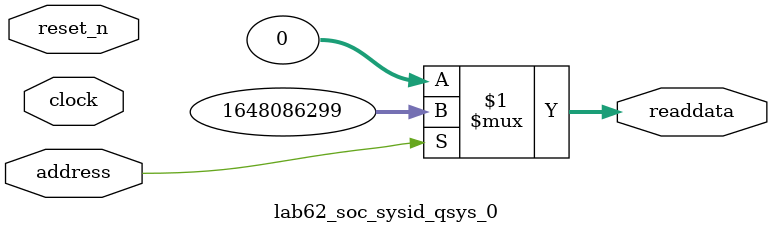
<source format=v>



// synthesis translate_off
`timescale 1ns / 1ps
// synthesis translate_on

// turn off superfluous verilog processor warnings 
// altera message_level Level1 
// altera message_off 10034 10035 10036 10037 10230 10240 10030 

module lab62_soc_sysid_qsys_0 (
               // inputs:
                address,
                clock,
                reset_n,

               // outputs:
                readdata
             )
;

  output  [ 31: 0] readdata;
  input            address;
  input            clock;
  input            reset_n;

  wire    [ 31: 0] readdata;
  //control_slave, which is an e_avalon_slave
  assign readdata = address ? 1648086299 : 0;

endmodule



</source>
